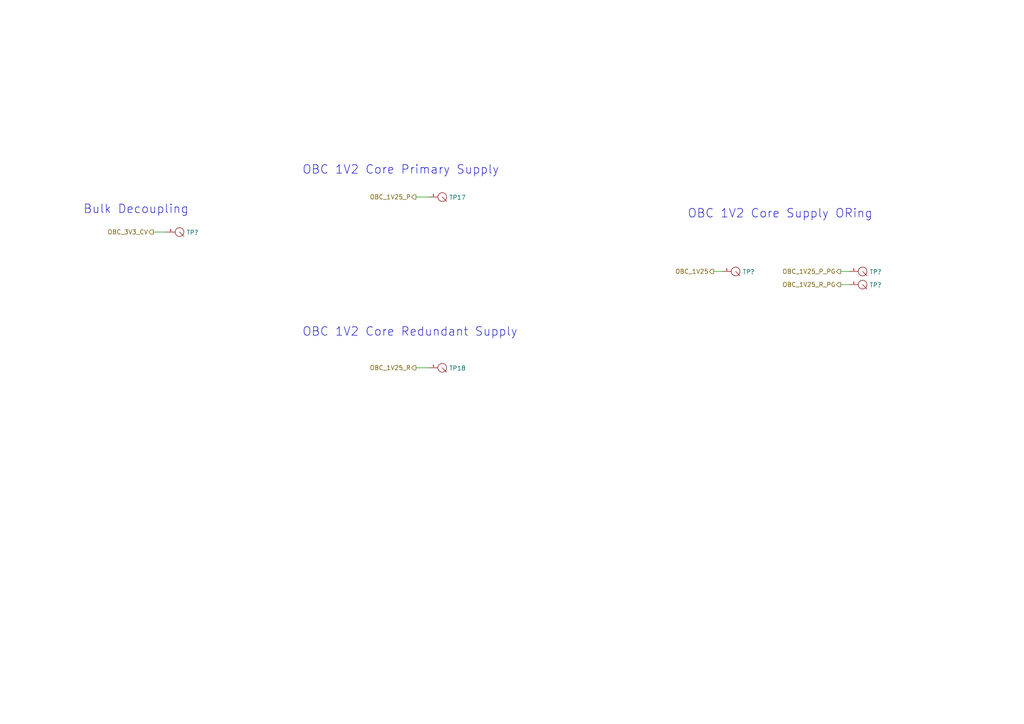
<source format=kicad_sch>
(kicad_sch (version 20211123) (generator eeschema)
  (paper "A4")
  (title_block (title "Singularity EGSE - Power Conditioning") (date "2021-06-05") (rev "PROTO_B_v02") (company "The Flame Trench") (comment 1 "Drawn by:  Ben Cartwright") (comment 2 "Status:  PROTOTYPE") (comment 3 "(c) The Flame Trench 2021") (comment 4 "Licenced under CERN OHLv2-Strong"))
  (lib_symbols
    (symbol "TFT_testpoints:TEST-POINT"
      (property "Reference" "TP" (at -5.08 0 0))
      (symbol "TEST-POINT_0_1"
        (circle (center -1.27 0) (radius 1.27))
        (polyline (pts (xy -1.27 0) (xy -2.54 1.27)))
      )
      (symbol "TEST-POINT_1_1"
        (pin unspecified line (at 2.54 0 180) (length 2.54) (name "~") (number "1"))
      )
    )
  )
  (wire (pts (xy 243.84 78.74) (xy 246.38 78.74)))
  (wire (pts (xy 44.45 67.31) (xy 48.26 67.31)))
  (wire (pts (xy 243.84 82.55) (xy 246.38 82.55)))
  (wire (pts (xy 207.01 78.74) (xy 209.55 78.74)))
  (wire (pts (xy 120.65 57.15) (xy 124.46 57.15)))
  (wire (pts (xy 120.65 106.68) (xy 124.46 106.68)))
  (text "OBC 1V2 Core Redundant Supply" (at 87.63 97.79 0) (effects (font (size 2.4892 2.4892)) (justify left bottom)))
  (text "OBC 1V2 Core Supply ORing" (at 199.39 63.5 0) (effects (font (size 2.4892 2.4892)) (justify left bottom)))
  (text "OBC 1V2 Core Primary Supply" (at 87.63 50.8 0) (effects (font (size 2.4892 2.4892)) (justify left bottom)))
  (text "Bulk Decoupling" (at 24.13 62.23 0) (effects (font (size 2.4892 2.4892)) (justify left bottom)))
  (hierarchical_label "OBC_1V25_P" (shape output) (at 120.65 57.15 180))
  (hierarchical_label "OBC_1V25_R_PG" (shape output) (at 243.84 82.55 180))
  (hierarchical_label "OBC_1V25_R" (shape output) (at 120.65 106.68 180))
  (hierarchical_label "OBC_1V25" (shape output) (at 207.01 78.74 180))
  (hierarchical_label "OBC_1V25_P_PG" (shape output) (at 243.84 78.74 180))
  (hierarchical_label "OBC_3V3_CV" (shape output) (at 44.45 67.31 180))
  (symbol (lib_id "TFT_testpoints:TEST-POINT") (at 127 57.15 180) (unit 1)
    (property "Reference" "TP17" (at 130.2512 57.277 0) (effects (justify right)))
  )
  (symbol (lib_id "TFT_testpoints:TEST-POINT") (at 127 106.68 180) (unit 1)
    (property "Reference" "TP18" (at 130.2512 106.807 0) (effects (justify right)))
  )
  (symbol (lib_id "TFT_testpoints:TEST-POINT") (at 212.09 78.74 180) (unit 1)
    (property "Reference" "TP?" (at 215.3412 78.867 0) (effects (justify right)))
  )
  (symbol (lib_id "TFT_testpoints:TEST-POINT") (at 248.92 78.74 180) (unit 1)
    (property "Reference" "TP?" (at 252.1712 78.867 0) (effects (justify right)))
  )
  (symbol (lib_id "TFT_testpoints:TEST-POINT") (at 248.92 82.55 180) (unit 1)
    (property "Reference" "TP?" (at 252.1712 82.677 0) (effects (justify right)))
  )
  (symbol (lib_id "TFT_testpoints:TEST-POINT") (at 50.8 67.31 180) (unit 1)
    (property "Reference" "TP?" (at 54.0512 67.437 0) (effects (justify right)))
  )
)
</source>
